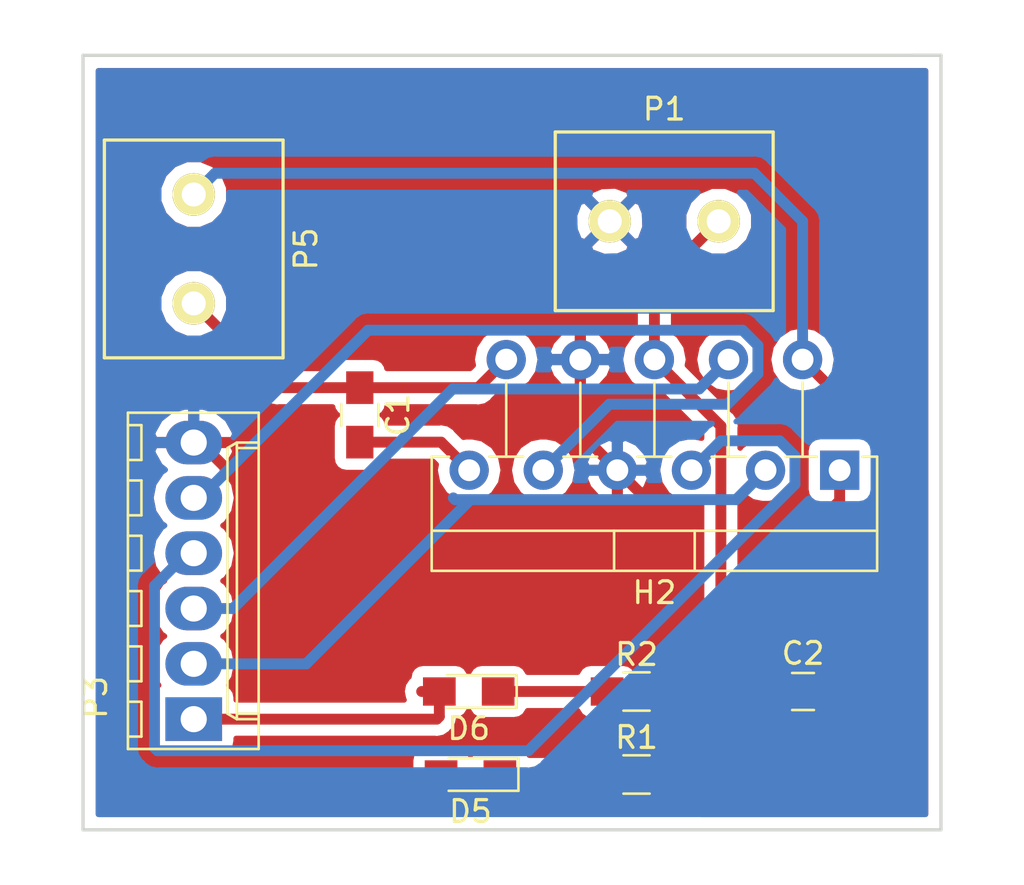
<source format=kicad_pcb>
(kicad_pcb (version 4) (host pcbnew 4.0.7+dfsg1-1ubuntu2)

  (general
    (links 20)
    (no_connects 0)
    (area 66.04 19.05 113.030001 59.690001)
    (thickness 1.6)
    (drawings 6)
    (tracks 81)
    (zones 0)
    (modules 10)
    (nets 14)
  )

  (page A4)
  (layers
    (0 F.Cu signal)
    (31 B.Cu signal)
    (32 B.Adhes user)
    (33 F.Adhes user)
    (34 B.Paste user)
    (35 F.Paste user)
    (36 B.SilkS user)
    (37 F.SilkS user)
    (38 B.Mask user)
    (39 F.Mask user)
    (40 Dwgs.User user)
    (41 Cmts.User user)
    (42 Eco1.User user)
    (43 Eco2.User user)
    (44 Edge.Cuts user)
    (45 Margin user)
    (46 B.CrtYd user)
    (47 F.CrtYd user)
    (48 B.Fab user)
    (49 F.Fab user)
  )

  (setup
    (last_trace_width 0.5)
    (trace_clearance 0.2)
    (zone_clearance 0.508)
    (zone_45_only no)
    (trace_min 0.2)
    (segment_width 0.2)
    (edge_width 0.15)
    (via_size 0.6)
    (via_drill 0.5)
    (via_min_size 0.4)
    (via_min_drill 0.3)
    (uvia_size 0.3)
    (uvia_drill 0.1)
    (uvias_allowed no)
    (uvia_min_size 0.2)
    (uvia_min_drill 0.1)
    (pcb_text_width 0.3)
    (pcb_text_size 1.5 1.5)
    (mod_edge_width 0.15)
    (mod_text_size 1 1)
    (mod_text_width 0.15)
    (pad_size 1.524 1.524)
    (pad_drill 0.762)
    (pad_to_mask_clearance 0.2)
    (aux_axis_origin 0 0)
    (visible_elements 7FFFFFFF)
    (pcbplotparams
      (layerselection 0x010c0_80000001)
      (usegerberextensions false)
      (excludeedgelayer true)
      (linewidth 0.100000)
      (plotframeref false)
      (viasonmask false)
      (mode 1)
      (useauxorigin false)
      (hpglpennumber 1)
      (hpglpenspeed 20)
      (hpglpendiameter 15)
      (hpglpenoverlay 2)
      (psnegative false)
      (psa4output false)
      (plotreference true)
      (plotvalue true)
      (plotinvisibletext false)
      (padsonsilk false)
      (subtractmaskfromsilk false)
      (outputformat 1)
      (mirror false)
      (drillshape 0)
      (scaleselection 1)
      (outputdirectory "Drill Files/"))
  )

  (net 0 "")
  (net 1 Output2)
  (net 2 "Net-(C1-Pad2)")
  (net 3 "Net-(C2-Pad1)")
  (net 4 Output1)
  (net 5 VCC)
  (net 6 Earth)
  (net 7 "Net-(D5-Pad1)")
  (net 8 "Net-(D6-Pad1)")
  (net 9 VAA)
  (net 10 Dir)
  (net 11 Brake)
  (net 12 PWM)
  (net 13 Flag)

  (net_class Default "This is the default net class."
    (clearance 0.2)
    (trace_width 0.5)
    (via_dia 0.6)
    (via_drill 0.5)
    (uvia_dia 0.3)
    (uvia_drill 0.1)
    (add_net Brake)
    (add_net Dir)
    (add_net Earth)
    (add_net Flag)
    (add_net "Net-(C1-Pad2)")
    (add_net "Net-(C2-Pad1)")
    (add_net "Net-(D5-Pad1)")
    (add_net "Net-(D6-Pad1)")
    (add_net Output1)
    (add_net Output2)
    (add_net PWM)
    (add_net VAA)
    (add_net VCC)
  )

  (module Resistors_SMD:R_0805_HandSoldering (layer F.Cu) (tedit 5B0535E8) (tstamp 5B0534B0)
    (at 95.25 54.61)
    (descr "Resistor SMD 0805, hand soldering")
    (tags "resistor 0805")
    (path /5B052D3E)
    (attr smd)
    (fp_text reference R1 (at 0 -1.7) (layer F.SilkS)
      (effects (font (size 1 1) (thickness 0.15)))
    )
    (fp_text value 680 (at 3.81 0 90) (layer F.Fab)
      (effects (font (size 1 1) (thickness 0.15)))
    )
    (fp_text user %R (at 0 0) (layer F.Fab)
      (effects (font (size 0.5 0.5) (thickness 0.075)))
    )
    (fp_line (start -1 0.62) (end -1 -0.62) (layer F.Fab) (width 0.1))
    (fp_line (start 1 0.62) (end -1 0.62) (layer F.Fab) (width 0.1))
    (fp_line (start 1 -0.62) (end 1 0.62) (layer F.Fab) (width 0.1))
    (fp_line (start -1 -0.62) (end 1 -0.62) (layer F.Fab) (width 0.1))
    (fp_line (start 0.6 0.88) (end -0.6 0.88) (layer F.SilkS) (width 0.12))
    (fp_line (start -0.6 -0.88) (end 0.6 -0.88) (layer F.SilkS) (width 0.12))
    (fp_line (start -2.35 -0.9) (end 2.35 -0.9) (layer F.CrtYd) (width 0.05))
    (fp_line (start -2.35 -0.9) (end -2.35 0.9) (layer F.CrtYd) (width 0.05))
    (fp_line (start 2.35 0.9) (end 2.35 -0.9) (layer F.CrtYd) (width 0.05))
    (fp_line (start 2.35 0.9) (end -2.35 0.9) (layer F.CrtYd) (width 0.05))
    (pad 1 smd rect (at -1.35 0) (size 1.5 1.3) (layers F.Cu F.Paste F.Mask)
      (net 7 "Net-(D5-Pad1)"))
    (pad 2 smd rect (at 1.35 0) (size 1.5 1.3) (layers F.Cu F.Paste F.Mask)
      (net 6 Earth))
    (model ${KISYS3DMOD}/Resistors_SMD.3dshapes/R_0805.wrl
      (at (xyz 0 0 0))
      (scale (xyz 1 1 1))
      (rotate (xyz 0 0 0))
    )
  )

  (module ValveTeam:TE_TERM (layer F.Cu) (tedit 5B053477) (tstamp 5B05348A)
    (at 96.52 29.21 180)
    (path /5B0432BB)
    (fp_text reference P1 (at 0 5.15 180) (layer F.SilkS)
      (effects (font (size 1 1) (thickness 0.15)))
    )
    (fp_text value TERM_01X02 (at -3.81 -5.08 180) (layer F.Fab)
      (effects (font (size 1 1) (thickness 0.15)))
    )
    (fp_line (start -5 -4.1) (end 5 -4.1) (layer F.SilkS) (width 0.15))
    (fp_line (start 5 -4.1) (end 5 4.1) (layer F.SilkS) (width 0.15))
    (fp_line (start -5 4.1) (end 5 4.1) (layer F.SilkS) (width 0.15))
    (fp_line (start -5 -4.1) (end -5 4.1) (layer F.SilkS) (width 0.15))
    (pad 2 thru_hole circle (at 2.5 0 180) (size 1.95 1.95) (drill 1.1) (layers *.Cu *.Mask F.SilkS)
      (net 6 Earth))
    (pad 1 thru_hole circle (at -2.5 0 180) (size 1.95 1.95) (drill 1.1) (layers *.Cu *.Mask F.SilkS)
      (net 5 VCC))
  )

  (module LEDs:LED_0805_HandSoldering (layer F.Cu) (tedit 5B05353A) (tstamp 5B05344F)
    (at 87.63 54.61 180)
    (descr "Resistor SMD 0805, hand soldering")
    (tags "resistor 0805")
    (path /5B052BE4)
    (attr smd)
    (fp_text reference D5 (at 0 -1.7 180) (layer F.SilkS)
      (effects (font (size 1 1) (thickness 0.15)))
    )
    (fp_text value LED (at -3.81 0 270) (layer F.Fab)
      (effects (font (size 1 1) (thickness 0.15)))
    )
    (fp_line (start -0.4 -0.4) (end -0.4 0.4) (layer F.Fab) (width 0.1))
    (fp_line (start -0.4 0) (end 0.2 -0.4) (layer F.Fab) (width 0.1))
    (fp_line (start 0.2 0.4) (end -0.4 0) (layer F.Fab) (width 0.1))
    (fp_line (start 0.2 -0.4) (end 0.2 0.4) (layer F.Fab) (width 0.1))
    (fp_line (start -1 0.62) (end -1 -0.62) (layer F.Fab) (width 0.1))
    (fp_line (start 1 0.62) (end -1 0.62) (layer F.Fab) (width 0.1))
    (fp_line (start 1 -0.62) (end 1 0.62) (layer F.Fab) (width 0.1))
    (fp_line (start -1 -0.62) (end 1 -0.62) (layer F.Fab) (width 0.1))
    (fp_line (start 1 0.75) (end -2.2 0.75) (layer F.SilkS) (width 0.12))
    (fp_line (start -2.2 -0.75) (end 1 -0.75) (layer F.SilkS) (width 0.12))
    (fp_line (start -2.35 -0.9) (end 2.35 -0.9) (layer F.CrtYd) (width 0.05))
    (fp_line (start -2.35 -0.9) (end -2.35 0.9) (layer F.CrtYd) (width 0.05))
    (fp_line (start 2.35 0.9) (end 2.35 -0.9) (layer F.CrtYd) (width 0.05))
    (fp_line (start 2.35 0.9) (end -2.35 0.9) (layer F.CrtYd) (width 0.05))
    (fp_line (start -2.2 -0.75) (end -2.2 0.75) (layer F.SilkS) (width 0.12))
    (pad 1 smd rect (at -1.35 0 180) (size 1.5 1.3) (layers F.Cu F.Paste F.Mask)
      (net 7 "Net-(D5-Pad1)"))
    (pad 2 smd rect (at 1.35 0 180) (size 1.5 1.3) (layers F.Cu F.Paste F.Mask)
      (net 5 VCC))
    (model ${KISYS3DMOD}/LEDs.3dshapes/LED_0805.wrl
      (at (xyz 0 0 0))
      (scale (xyz 1 1 1))
      (rotate (xyz 0 0 0))
    )
  )

  (module LEDs:LED_0805_HandSoldering (layer F.Cu) (tedit 5B053565) (tstamp 5B053455)
    (at 87.55 50.8 180)
    (descr "Resistor SMD 0805, hand soldering")
    (tags "resistor 0805")
    (path /5B052C8D)
    (attr smd)
    (fp_text reference D6 (at 0 -1.7 180) (layer F.SilkS)
      (effects (font (size 1 1) (thickness 0.15)))
    )
    (fp_text value LED (at -3.81 0 270) (layer F.Fab)
      (effects (font (size 1 1) (thickness 0.15)))
    )
    (fp_line (start -0.4 -0.4) (end -0.4 0.4) (layer F.Fab) (width 0.1))
    (fp_line (start -0.4 0) (end 0.2 -0.4) (layer F.Fab) (width 0.1))
    (fp_line (start 0.2 0.4) (end -0.4 0) (layer F.Fab) (width 0.1))
    (fp_line (start 0.2 -0.4) (end 0.2 0.4) (layer F.Fab) (width 0.1))
    (fp_line (start -1 0.62) (end -1 -0.62) (layer F.Fab) (width 0.1))
    (fp_line (start 1 0.62) (end -1 0.62) (layer F.Fab) (width 0.1))
    (fp_line (start 1 -0.62) (end 1 0.62) (layer F.Fab) (width 0.1))
    (fp_line (start -1 -0.62) (end 1 -0.62) (layer F.Fab) (width 0.1))
    (fp_line (start 1 0.75) (end -2.2 0.75) (layer F.SilkS) (width 0.12))
    (fp_line (start -2.2 -0.75) (end 1 -0.75) (layer F.SilkS) (width 0.12))
    (fp_line (start -2.35 -0.9) (end 2.35 -0.9) (layer F.CrtYd) (width 0.05))
    (fp_line (start -2.35 -0.9) (end -2.35 0.9) (layer F.CrtYd) (width 0.05))
    (fp_line (start 2.35 0.9) (end 2.35 -0.9) (layer F.CrtYd) (width 0.05))
    (fp_line (start 2.35 0.9) (end -2.35 0.9) (layer F.CrtYd) (width 0.05))
    (fp_line (start -2.2 -0.75) (end -2.2 0.75) (layer F.SilkS) (width 0.12))
    (pad 1 smd rect (at -1.35 0 180) (size 1.5 1.3) (layers F.Cu F.Paste F.Mask)
      (net 8 "Net-(D6-Pad1)"))
    (pad 2 smd rect (at 1.35 0 180) (size 1.5 1.3) (layers F.Cu F.Paste F.Mask)
      (net 9 VAA))
    (model ${KISYS3DMOD}/LEDs.3dshapes/LED_0805.wrl
      (at (xyz 0 0 0))
      (scale (xyz 1 1 1))
      (rotate (xyz 0 0 0))
    )
  )

  (module Resistors_SMD:R_0805_HandSoldering (layer F.Cu) (tedit 5B053606) (tstamp 5B0534B6)
    (at 95.25 50.8)
    (descr "Resistor SMD 0805, hand soldering")
    (tags "resistor 0805")
    (path /5B052DC4)
    (attr smd)
    (fp_text reference R2 (at 0 -1.7) (layer F.SilkS)
      (effects (font (size 1 1) (thickness 0.15)))
    )
    (fp_text value 330 (at 3.81 0 90) (layer F.Fab)
      (effects (font (size 1 1) (thickness 0.15)))
    )
    (fp_text user %R (at 0 0) (layer F.Fab)
      (effects (font (size 0.5 0.5) (thickness 0.075)))
    )
    (fp_line (start -1 0.62) (end -1 -0.62) (layer F.Fab) (width 0.1))
    (fp_line (start 1 0.62) (end -1 0.62) (layer F.Fab) (width 0.1))
    (fp_line (start 1 -0.62) (end 1 0.62) (layer F.Fab) (width 0.1))
    (fp_line (start -1 -0.62) (end 1 -0.62) (layer F.Fab) (width 0.1))
    (fp_line (start 0.6 0.88) (end -0.6 0.88) (layer F.SilkS) (width 0.12))
    (fp_line (start -0.6 -0.88) (end 0.6 -0.88) (layer F.SilkS) (width 0.12))
    (fp_line (start -2.35 -0.9) (end 2.35 -0.9) (layer F.CrtYd) (width 0.05))
    (fp_line (start -2.35 -0.9) (end -2.35 0.9) (layer F.CrtYd) (width 0.05))
    (fp_line (start 2.35 0.9) (end 2.35 -0.9) (layer F.CrtYd) (width 0.05))
    (fp_line (start 2.35 0.9) (end -2.35 0.9) (layer F.CrtYd) (width 0.05))
    (pad 1 smd rect (at -1.35 0) (size 1.5 1.3) (layers F.Cu F.Paste F.Mask)
      (net 8 "Net-(D6-Pad1)"))
    (pad 2 smd rect (at 1.35 0) (size 1.5 1.3) (layers F.Cu F.Paste F.Mask)
      (net 6 Earth))
    (model ${KISYS3DMOD}/Resistors_SMD.3dshapes/R_0805.wrl
      (at (xyz 0 0 0))
      (scale (xyz 1 1 1))
      (rotate (xyz 0 0 0))
    )
  )

  (module Capacitors_SMD:C_0805_HandSoldering (layer F.Cu) (tedit 58AA84A8) (tstamp 5B053407)
    (at 82.55 38.1 270)
    (descr "Capacitor SMD 0805, hand soldering")
    (tags "capacitor 0805")
    (path /5B045DA5)
    (attr smd)
    (fp_text reference C1 (at 0 -1.75 270) (layer F.SilkS)
      (effects (font (size 1 1) (thickness 0.15)))
    )
    (fp_text value C (at 0 1.75 270) (layer F.Fab)
      (effects (font (size 1 1) (thickness 0.15)))
    )
    (fp_text user %R (at 0 -1.75 270) (layer F.Fab)
      (effects (font (size 1 1) (thickness 0.15)))
    )
    (fp_line (start -1 0.62) (end -1 -0.62) (layer F.Fab) (width 0.1))
    (fp_line (start 1 0.62) (end -1 0.62) (layer F.Fab) (width 0.1))
    (fp_line (start 1 -0.62) (end 1 0.62) (layer F.Fab) (width 0.1))
    (fp_line (start -1 -0.62) (end 1 -0.62) (layer F.Fab) (width 0.1))
    (fp_line (start 0.5 -0.85) (end -0.5 -0.85) (layer F.SilkS) (width 0.12))
    (fp_line (start -0.5 0.85) (end 0.5 0.85) (layer F.SilkS) (width 0.12))
    (fp_line (start -2.25 -0.88) (end 2.25 -0.88) (layer F.CrtYd) (width 0.05))
    (fp_line (start -2.25 -0.88) (end -2.25 0.87) (layer F.CrtYd) (width 0.05))
    (fp_line (start 2.25 0.87) (end 2.25 -0.88) (layer F.CrtYd) (width 0.05))
    (fp_line (start 2.25 0.87) (end -2.25 0.87) (layer F.CrtYd) (width 0.05))
    (pad 1 smd rect (at -1.25 0 270) (size 1.5 1.25) (layers F.Cu F.Paste F.Mask)
      (net 1 Output2))
    (pad 2 smd rect (at 1.25 0 270) (size 1.5 1.25) (layers F.Cu F.Paste F.Mask)
      (net 2 "Net-(C1-Pad2)"))
    (model Capacitors_SMD.3dshapes/C_0805.wrl
      (at (xyz 0 0 0))
      (scale (xyz 1 1 1))
      (rotate (xyz 0 0 0))
    )
  )

  (module Capacitors_SMD:C_0805_HandSoldering (layer F.Cu) (tedit 58AA84A8) (tstamp 5B05340D)
    (at 102.89 50.8)
    (descr "Capacitor SMD 0805, hand soldering")
    (tags "capacitor 0805")
    (path /5B0461EC)
    (attr smd)
    (fp_text reference C2 (at 0 -1.75) (layer F.SilkS)
      (effects (font (size 1 1) (thickness 0.15)))
    )
    (fp_text value C (at 0 1.75) (layer F.Fab)
      (effects (font (size 1 1) (thickness 0.15)))
    )
    (fp_text user %R (at 0 -1.75) (layer F.Fab)
      (effects (font (size 1 1) (thickness 0.15)))
    )
    (fp_line (start -1 0.62) (end -1 -0.62) (layer F.Fab) (width 0.1))
    (fp_line (start 1 0.62) (end -1 0.62) (layer F.Fab) (width 0.1))
    (fp_line (start 1 -0.62) (end 1 0.62) (layer F.Fab) (width 0.1))
    (fp_line (start -1 -0.62) (end 1 -0.62) (layer F.Fab) (width 0.1))
    (fp_line (start 0.5 -0.85) (end -0.5 -0.85) (layer F.SilkS) (width 0.12))
    (fp_line (start -0.5 0.85) (end 0.5 0.85) (layer F.SilkS) (width 0.12))
    (fp_line (start -2.25 -0.88) (end 2.25 -0.88) (layer F.CrtYd) (width 0.05))
    (fp_line (start -2.25 -0.88) (end -2.25 0.87) (layer F.CrtYd) (width 0.05))
    (fp_line (start 2.25 0.87) (end 2.25 -0.88) (layer F.CrtYd) (width 0.05))
    (fp_line (start 2.25 0.87) (end -2.25 0.87) (layer F.CrtYd) (width 0.05))
    (pad 1 smd rect (at -1.25 0) (size 1.5 1.25) (layers F.Cu F.Paste F.Mask)
      (net 3 "Net-(C2-Pad1)"))
    (pad 2 smd rect (at 1.25 0) (size 1.5 1.25) (layers F.Cu F.Paste F.Mask)
      (net 4 Output1))
    (model Capacitors_SMD.3dshapes/C_0805.wrl
      (at (xyz 0 0 0))
      (scale (xyz 1 1 1))
      (rotate (xyz 0 0 0))
    )
  )

  (module ValveTeam:TO-220-11 (layer F.Cu) (tedit 58CE52AC) (tstamp 5B053484)
    (at 104.57 40.64 180)
    (descr "TO-220-11, Vertical, RM 1.7mm, Multiwatt-11, staggered type-2")
    (tags "TO-220-11 Vertical RM 1.7mm Multiwatt-11 staggered type-2")
    (path /5B043BC1)
    (fp_text reference H2 (at 8.5 -5.62 180) (layer F.SilkS)
      (effects (font (size 1 1) (thickness 0.15)))
    )
    (fp_text value LMD18201T (at 8.5 7.6 180) (layer F.Fab)
      (effects (font (size 1 1) (thickness 0.15)))
    )
    (fp_text user %R (at 8.5 -5.62 180) (layer F.Fab)
      (effects (font (size 1 1) (thickness 0.15)))
    )
    (fp_line (start -1.6 -4.5) (end -1.6 0.5) (layer F.Fab) (width 0.1))
    (fp_line (start -1.6 0.5) (end 18.6 0.5) (layer F.Fab) (width 0.1))
    (fp_line (start 18.6 0.5) (end 18.6 -4.5) (layer F.Fab) (width 0.1))
    (fp_line (start 18.6 -4.5) (end -1.6 -4.5) (layer F.Fab) (width 0.1))
    (fp_line (start -1.6 -2.9) (end 18.6 -2.9) (layer F.Fab) (width 0.1))
    (fp_line (start 6.65 -4.5) (end 6.65 -2.9) (layer F.Fab) (width 0.1))
    (fp_line (start 10.35 -4.5) (end 10.35 -2.9) (layer F.Fab) (width 0.1))
    (fp_line (start 1.7 0.5) (end 1.7 5.08) (layer F.Fab) (width 0.1))
    (fp_line (start 5.1 0.5) (end 5.1 5.08) (layer F.Fab) (width 0.1))
    (fp_line (start 8.5 0.5) (end 8.5 5.08) (layer F.Fab) (width 0.1))
    (fp_line (start 11.9 0.5) (end 11.9 5.08) (layer F.Fab) (width 0.1))
    (fp_line (start 15.3 0.5) (end 15.3 5.08) (layer F.Fab) (width 0.1))
    (fp_line (start -1.72 -4.62) (end 18.72 -4.62) (layer F.SilkS) (width 0.12))
    (fp_line (start -1.72 0.621) (end -1.05 0.621) (layer F.SilkS) (width 0.12))
    (fp_line (start 1.05 0.621) (end 2.476 0.621) (layer F.SilkS) (width 0.12))
    (fp_line (start 4.325 0.621) (end 5.876 0.621) (layer F.SilkS) (width 0.12))
    (fp_line (start 7.725 0.621) (end 9.276 0.621) (layer F.SilkS) (width 0.12))
    (fp_line (start 11.125 0.621) (end 12.676 0.621) (layer F.SilkS) (width 0.12))
    (fp_line (start 14.525 0.621) (end 16.076 0.621) (layer F.SilkS) (width 0.12))
    (fp_line (start 17.925 0.621) (end 18.72 0.621) (layer F.SilkS) (width 0.12))
    (fp_line (start -1.72 -4.62) (end -1.72 0.621) (layer F.SilkS) (width 0.12))
    (fp_line (start 18.72 -4.62) (end 18.72 0.621) (layer F.SilkS) (width 0.12))
    (fp_line (start -1.72 -2.78) (end 18.72 -2.78) (layer F.SilkS) (width 0.12))
    (fp_line (start 6.65 -4.62) (end 6.65 -2.78) (layer F.SilkS) (width 0.12))
    (fp_line (start 10.35 -4.62) (end 10.35 -2.78) (layer F.SilkS) (width 0.12))
    (fp_line (start 1.7 0.621) (end 1.7 4.015) (layer F.SilkS) (width 0.12))
    (fp_line (start 5.1 0.621) (end 5.1 4.015) (layer F.SilkS) (width 0.12))
    (fp_line (start 8.5 0.621) (end 8.5 4.015) (layer F.SilkS) (width 0.12))
    (fp_line (start 11.9 0.621) (end 11.9 4.015) (layer F.SilkS) (width 0.12))
    (fp_line (start 15.3 0.621) (end 15.3 4.015) (layer F.SilkS) (width 0.12))
    (fp_line (start -1.85 -4.75) (end -1.85 6.23) (layer F.CrtYd) (width 0.05))
    (fp_line (start -1.85 6.23) (end 18.85 6.23) (layer F.CrtYd) (width 0.05))
    (fp_line (start 18.85 6.23) (end 18.85 -4.75) (layer F.CrtYd) (width 0.05))
    (fp_line (start 18.85 -4.75) (end -1.85 -4.75) (layer F.CrtYd) (width 0.05))
    (pad 1 thru_hole rect (at 0 0 180) (size 1.8 1.8) (drill 1) (layers *.Cu *.Mask)
      (net 3 "Net-(C2-Pad1)"))
    (pad 2 thru_hole oval (at 1.7 5.08 180) (size 1.8 1.8) (drill 1) (layers *.Cu *.Mask)
      (net 4 Output1))
    (pad 3 thru_hole oval (at 3.4 0 180) (size 1.8 1.8) (drill 1) (layers *.Cu *.Mask)
      (net 10 Dir))
    (pad 4 thru_hole oval (at 5.1 5.08 180) (size 1.8 1.8) (drill 1) (layers *.Cu *.Mask)
      (net 11 Brake))
    (pad 5 thru_hole oval (at 6.8 0 180) (size 1.8 1.8) (drill 1) (layers *.Cu *.Mask)
      (net 12 PWM))
    (pad 6 thru_hole oval (at 8.5 5.08 180) (size 1.8 1.8) (drill 1) (layers *.Cu *.Mask)
      (net 5 VCC))
    (pad 7 thru_hole oval (at 10.2 0 180) (size 1.8 1.8) (drill 1) (layers *.Cu *.Mask)
      (net 6 Earth))
    (pad 8 thru_hole oval (at 11.9 5.08 180) (size 1.8 1.8) (drill 1) (layers *.Cu *.Mask)
      (net 6 Earth))
    (pad 9 thru_hole oval (at 13.6 0 180) (size 1.8 1.8) (drill 1) (layers *.Cu *.Mask)
      (net 13 Flag))
    (pad 10 thru_hole oval (at 15.3 5.08 180) (size 1.8 1.8) (drill 1) (layers *.Cu *.Mask)
      (net 1 Output2))
    (pad 11 thru_hole oval (at 17 0 180) (size 1.8 1.8) (drill 1) (layers *.Cu *.Mask)
      (net 2 "Net-(C1-Pad2)"))
    (model ${KISYS3DMOD}/TO_SOT_Packages_THT.3dshapes/TO-220-11_Vertical_StaggeredType2.wrl
      (at (xyz 0 0 0))
      (scale (xyz 1 1 1))
      (rotate (xyz 0 0 0))
    )
  )

  (module ValveTeam:Molex_KK-6410-06_06x2.54mm_Straight (layer F.Cu) (tedit 5B053744) (tstamp 5B05349E)
    (at 74.93 52.07 90)
    (descr "Connector Headers with Friction Lock, 22-27-2061, http://www.molex.com/pdm_docs/sd/022272021_sd.pdf")
    (tags "connector molex kk_6410 22-27-2061")
    (path /5B04304C)
    (fp_text reference P3 (at 1 -4.5 90) (layer F.SilkS)
      (effects (font (size 1 1) (thickness 0.15)))
    )
    (fp_text value MOLEX_01X06 (at 12.7 -5.08 90) (layer F.Fab)
      (effects (font (size 1 1) (thickness 0.15)))
    )
    (fp_line (start -1.47 -3.12) (end -1.47 3.08) (layer F.Fab) (width 0.12))
    (fp_line (start -1.47 3.08) (end 14.17 3.08) (layer F.Fab) (width 0.12))
    (fp_line (start 14.17 3.08) (end 14.17 -3.12) (layer F.Fab) (width 0.12))
    (fp_line (start 14.17 -3.12) (end -1.47 -3.12) (layer F.Fab) (width 0.12))
    (fp_line (start -1.37 -3.02) (end -1.37 2.98) (layer F.SilkS) (width 0.12))
    (fp_line (start -1.37 2.98) (end 14.07 2.98) (layer F.SilkS) (width 0.12))
    (fp_line (start 14.07 2.98) (end 14.07 -3.02) (layer F.SilkS) (width 0.12))
    (fp_line (start 14.07 -3.02) (end -1.37 -3.02) (layer F.SilkS) (width 0.12))
    (fp_line (start 0 2.98) (end 0 1.98) (layer F.SilkS) (width 0.12))
    (fp_line (start 0 1.98) (end 12.7 1.98) (layer F.SilkS) (width 0.12))
    (fp_line (start 12.7 1.98) (end 12.7 2.98) (layer F.SilkS) (width 0.12))
    (fp_line (start 0 1.98) (end 0.25 1.55) (layer F.SilkS) (width 0.12))
    (fp_line (start 0.25 1.55) (end 12.45 1.55) (layer F.SilkS) (width 0.12))
    (fp_line (start 12.45 1.55) (end 12.7 1.98) (layer F.SilkS) (width 0.12))
    (fp_line (start 0.25 2.98) (end 0.25 1.98) (layer F.SilkS) (width 0.12))
    (fp_line (start 12.45 2.98) (end 12.45 1.98) (layer F.SilkS) (width 0.12))
    (fp_line (start -0.8 -3.02) (end -0.8 -2.4) (layer F.SilkS) (width 0.12))
    (fp_line (start -0.8 -2.4) (end 0.8 -2.4) (layer F.SilkS) (width 0.12))
    (fp_line (start 0.8 -2.4) (end 0.8 -3.02) (layer F.SilkS) (width 0.12))
    (fp_line (start 1.74 -3.02) (end 1.74 -2.4) (layer F.SilkS) (width 0.12))
    (fp_line (start 1.74 -2.4) (end 3.34 -2.4) (layer F.SilkS) (width 0.12))
    (fp_line (start 3.34 -2.4) (end 3.34 -3.02) (layer F.SilkS) (width 0.12))
    (fp_line (start 4.28 -3.02) (end 4.28 -2.4) (layer F.SilkS) (width 0.12))
    (fp_line (start 4.28 -2.4) (end 5.88 -2.4) (layer F.SilkS) (width 0.12))
    (fp_line (start 5.88 -2.4) (end 5.88 -3.02) (layer F.SilkS) (width 0.12))
    (fp_line (start 6.82 -3.02) (end 6.82 -2.4) (layer F.SilkS) (width 0.12))
    (fp_line (start 6.82 -2.4) (end 8.42 -2.4) (layer F.SilkS) (width 0.12))
    (fp_line (start 8.42 -2.4) (end 8.42 -3.02) (layer F.SilkS) (width 0.12))
    (fp_line (start 9.36 -3.02) (end 9.36 -2.4) (layer F.SilkS) (width 0.12))
    (fp_line (start 9.36 -2.4) (end 10.96 -2.4) (layer F.SilkS) (width 0.12))
    (fp_line (start 10.96 -2.4) (end 10.96 -3.02) (layer F.SilkS) (width 0.12))
    (fp_line (start 11.9 -3.02) (end 11.9 -2.4) (layer F.SilkS) (width 0.12))
    (fp_line (start 11.9 -2.4) (end 13.5 -2.4) (layer F.SilkS) (width 0.12))
    (fp_line (start 13.5 -2.4) (end 13.5 -3.02) (layer F.SilkS) (width 0.12))
    (fp_line (start -1.9 3.5) (end -1.9 -3.55) (layer F.CrtYd) (width 0.05))
    (fp_line (start -1.9 -3.55) (end 14.6 -3.55) (layer F.CrtYd) (width 0.05))
    (fp_line (start 14.6 -3.55) (end 14.6 3.5) (layer F.CrtYd) (width 0.05))
    (fp_line (start 14.6 3.5) (end -1.9 3.5) (layer F.CrtYd) (width 0.05))
    (fp_text user %R (at 6.35 0 90) (layer F.Fab)
      (effects (font (size 1 1) (thickness 0.15)))
    )
    (pad 1 thru_hole rect (at 0 0 90) (size 2 2.6) (drill 1.2) (layers *.Cu *.Mask)
      (net 9 VAA))
    (pad 2 thru_hole oval (at 2.54 0 90) (size 2 2.6) (drill 1.2) (layers *.Cu *.Mask)
      (net 10 Dir))
    (pad 3 thru_hole oval (at 5.08 0 90) (size 2 2.6) (drill 1.2) (layers *.Cu *.Mask)
      (net 11 Brake))
    (pad 4 thru_hole oval (at 7.62 0 90) (size 2 2.6) (drill 1.2) (layers *.Cu *.Mask)
      (net 12 PWM))
    (pad 5 thru_hole oval (at 10.16 0 90) (size 2 2.6) (drill 1.2) (layers *.Cu *.Mask)
      (net 13 Flag))
    (pad 6 thru_hole oval (at 12.7 0 90) (size 2 2.6) (drill 1.2) (layers *.Cu *.Mask)
      (net 6 Earth))
    (model ${KISYS3DMOD}/Connectors_Molex.3dshapes/Molex_KK-6410-06_06x2.54mm_Straight.wrl
      (at (xyz 0 0 0))
      (scale (xyz 1 1 1))
      (rotate (xyz 0 0 0))
    )
  )

  (module ValveTeam:TE_TERM (layer F.Cu) (tedit 5B05372D) (tstamp 5B0534AA)
    (at 74.93 30.48 90)
    (path /5B043210)
    (fp_text reference P5 (at 0 5.15 90) (layer F.SilkS)
      (effects (font (size 1 1) (thickness 0.15)))
    )
    (fp_text value TERM_01X02 (at 6.35 0 180) (layer F.Fab)
      (effects (font (size 1 1) (thickness 0.15)))
    )
    (fp_line (start -5 -4.1) (end 5 -4.1) (layer F.SilkS) (width 0.15))
    (fp_line (start 5 -4.1) (end 5 4.1) (layer F.SilkS) (width 0.15))
    (fp_line (start -5 4.1) (end 5 4.1) (layer F.SilkS) (width 0.15))
    (fp_line (start -5 -4.1) (end -5 4.1) (layer F.SilkS) (width 0.15))
    (pad 2 thru_hole circle (at 2.5 0 90) (size 1.95 1.95) (drill 1.1) (layers *.Cu *.Mask F.SilkS)
      (net 4 Output1))
    (pad 1 thru_hole circle (at -2.5 0 90) (size 1.95 1.95) (drill 1.1) (layers *.Cu *.Mask F.SilkS)
      (net 1 Output2))
  )

  (gr_line (start 109.22 21.59) (end 109.22 57.15) (layer Edge.Cuts) (width 0.15))
  (gr_line (start 107.95 21.59) (end 109.22 21.59) (layer Edge.Cuts) (width 0.15))
  (gr_line (start 109.22 21.59) (end 107.95 21.59) (layer Edge.Cuts) (width 0.15))
  (gr_line (start 69.85 21.59) (end 107.95 21.59) (layer Edge.Cuts) (width 0.15))
  (gr_line (start 69.85 57.15) (end 109.22 57.15) (angle 90) (layer Edge.Cuts) (width 0.15) (tstamp 5B7811B4))
  (gr_line (start 69.85 57.15) (end 69.85 21.59) (angle 90) (layer Edge.Cuts) (width 0.15))

  (segment (start 82.55 36.85) (end 87.98 36.85) (width 0.5) (layer F.Cu) (net 1))
  (segment (start 87.98 36.85) (end 89.27 35.56) (width 0.5) (layer F.Cu) (net 1))
  (segment (start 76.2 34.29) (end 78.76 36.85) (width 0.5) (layer F.Cu) (net 1))
  (segment (start 78.76 36.85) (end 82.55 36.85) (width 0.5) (layer F.Cu) (net 1))
  (segment (start 76.2 34.25) (end 76.2 34.29) (width 0.5) (layer F.Cu) (net 1))
  (segment (start 74.93 32.98) (end 76.2 34.25) (width 0.5) (layer F.Cu) (net 1))
  (segment (start 82.55 39.35) (end 86.28 39.35) (width 0.5) (layer F.Cu) (net 2))
  (segment (start 86.28 39.35) (end 87.57 40.64) (width 0.5) (layer F.Cu) (net 2))
  (segment (start 101.765 50.8) (end 101.64 50.8) (width 0.5) (layer F.Cu) (net 3))
  (segment (start 104.57 42.04) (end 101.6 45.01) (width 0.5) (layer F.Cu) (net 3))
  (segment (start 104.57 40.64) (end 104.57 42.04) (width 0.5) (layer F.Cu) (net 3))
  (segment (start 101.64 45.05) (end 101.64 50.8) (width 0.5) (layer F.Cu) (net 3))
  (segment (start 101.6 45.01) (end 101.64 45.05) (width 0.5) (layer F.Cu) (net 3))
  (segment (start 102.87 35.56) (end 106.68 39.37) (width 0.5) (layer F.Cu) (net 4))
  (segment (start 102.87 35.56) (end 102.87 29.21) (width 0.5) (layer B.Cu) (net 4))
  (segment (start 75.904999 27.005001) (end 74.93 27.98) (width 0.5) (layer B.Cu) (net 4))
  (segment (start 100.665001 27.005001) (end 75.904999 27.005001) (width 0.5) (layer B.Cu) (net 4))
  (segment (start 102.87 29.21) (end 100.665001 27.005001) (width 0.5) (layer B.Cu) (net 4))
  (segment (start 104.14 49.675) (end 106.68 47.135) (width 0.5) (layer F.Cu) (net 4))
  (segment (start 104.14 50.8) (end 104.14 49.675) (width 0.5) (layer F.Cu) (net 4))
  (segment (start 106.68 47.135) (end 106.68 39.37) (width 0.5) (layer F.Cu) (net 4))
  (segment (start 86.28 54.61) (end 86.38 54.61) (width 0.5) (layer F.Cu) (net 5))
  (segment (start 86.38 54.61) (end 87.480001 55.710001) (width 0.5) (layer F.Cu) (net 5))
  (segment (start 87.480001 55.710001) (end 97.710001 55.710001) (width 0.5) (layer F.Cu) (net 5))
  (segment (start 97.710001 55.710001) (end 99.120001 54.300001) (width 0.5) (layer F.Cu) (net 5))
  (segment (start 99.120001 54.300001) (end 99.120001 38.610001) (width 0.5) (layer F.Cu) (net 5))
  (segment (start 99.120001 38.610001) (end 96.969999 36.459999) (width 0.5) (layer F.Cu) (net 5))
  (segment (start 96.969999 36.459999) (end 96.07 35.56) (width 0.5) (layer F.Cu) (net 5))
  (segment (start 96.07 32.16) (end 99.02 29.21) (width 0.5) (layer F.Cu) (net 5))
  (segment (start 96.07 35.56) (end 96.07 32.16) (width 0.5) (layer F.Cu) (net 5))
  (segment (start 96.6 50.8) (end 96.6 44.45) (width 0.5) (layer F.Cu) (net 6))
  (segment (start 74.93 39.37) (end 75.23 39.37) (width 0.5) (layer F.Cu) (net 6))
  (segment (start 96.6 44.45) (end 96.6 42.87) (width 0.5) (layer F.Cu) (net 6))
  (segment (start 75.23 39.37) (end 80.31 44.45) (width 0.5) (layer F.Cu) (net 6))
  (segment (start 80.31 44.45) (end 96.6 44.45) (width 0.5) (layer F.Cu) (net 6))
  (segment (start 92.67 35.56) (end 92.67 38.94) (width 0.5) (layer F.Cu) (net 6))
  (segment (start 92.67 38.94) (end 94.37 40.64) (width 0.5) (layer F.Cu) (net 6))
  (segment (start 96.6 54.61) (end 96.6 50.8) (width 0.5) (layer F.Cu) (net 6))
  (segment (start 96.6 42.87) (end 94.37 40.64) (width 0.5) (layer F.Cu) (net 6))
  (segment (start 73.96 39.37) (end 73.66 39.37) (width 0.5) (layer F.Cu) (net 6))
  (segment (start 92.67 30.56) (end 94.02 29.21) (width 0.5) (layer F.Cu) (net 6))
  (segment (start 92.67 35.56) (end 92.67 30.56) (width 0.5) (layer F.Cu) (net 6))
  (segment (start 88.98 54.61) (end 93.9 54.61) (width 0.5) (layer F.Cu) (net 7))
  (segment (start 88.9 50.8) (end 89 50.8) (width 0.5) (layer F.Cu) (net 8))
  (segment (start 89 50.8) (end 93.9 50.8) (width 0.5) (layer F.Cu) (net 8))
  (segment (start 74.93 52.07) (end 86.08 52.07) (width 0.5) (layer F.Cu) (net 9))
  (segment (start 86.08 52.07) (end 86.2 51.95) (width 0.5) (layer F.Cu) (net 9))
  (segment (start 86.2 51.95) (end 86.2 50.8) (width 0.5) (layer F.Cu) (net 9))
  (segment (start 86.2 50.8) (end 85.39 50.8) (width 0.5) (layer F.Cu) (net 9))
  (segment (start 86.921999 41.990001) (end 87.63 41.990001) (width 0.5) (layer B.Cu) (net 10))
  (segment (start 87.63 41.990001) (end 99.819999 41.990001) (width 0.5) (layer B.Cu) (net 10))
  (segment (start 74.93 49.53) (end 80.090001 49.53) (width 0.5) (layer B.Cu) (net 10))
  (segment (start 80.090001 49.53) (end 87.63 41.990001) (width 0.5) (layer B.Cu) (net 10))
  (segment (start 86.841998 41.91) (end 86.921999 41.990001) (width 0.5) (layer B.Cu) (net 10))
  (segment (start 99.819999 41.990001) (end 100.270001 41.539999) (width 0.5) (layer B.Cu) (net 10))
  (segment (start 100.270001 41.539999) (end 101.17 40.64) (width 0.5) (layer B.Cu) (net 10))
  (segment (start 74.93 46.99) (end 76.73 46.99) (width 0.5) (layer B.Cu) (net 11))
  (segment (start 76.73 46.99) (end 86.809999 36.910001) (width 0.5) (layer B.Cu) (net 11))
  (segment (start 86.809999 36.910001) (end 98.119999 36.910001) (width 0.5) (layer B.Cu) (net 11))
  (segment (start 98.119999 36.910001) (end 98.570001 36.459999) (width 0.5) (layer B.Cu) (net 11))
  (segment (start 98.570001 36.459999) (end 99.47 35.56) (width 0.5) (layer B.Cu) (net 11))
  (segment (start 74.93 44.45) (end 74.63 44.45) (width 0.5) (layer B.Cu) (net 12))
  (segment (start 74.63 44.45) (end 73.13 45.95) (width 0.5) (layer B.Cu) (net 12))
  (segment (start 73.13 45.95) (end 73.13 53.380002) (width 0.5) (layer B.Cu) (net 12))
  (segment (start 73.13 53.380002) (end 73.269999 53.520001) (width 0.5) (layer B.Cu) (net 12))
  (segment (start 73.269999 53.520001) (end 90.288001 53.520001) (width 0.5) (layer B.Cu) (net 12))
  (segment (start 90.288001 53.520001) (end 102.520001 41.288001) (width 0.5) (layer B.Cu) (net 12))
  (segment (start 102.520001 41.288001) (end 102.520001 39.991999) (width 0.5) (layer B.Cu) (net 12))
  (segment (start 102.520001 39.991999) (end 101.818001 39.289999) (width 0.5) (layer B.Cu) (net 12))
  (segment (start 101.818001 39.289999) (end 99.120001 39.289999) (width 0.5) (layer B.Cu) (net 12))
  (segment (start 99.120001 39.289999) (end 98.669999 39.740001) (width 0.5) (layer B.Cu) (net 12))
  (segment (start 98.669999 39.740001) (end 97.77 40.64) (width 0.5) (layer B.Cu) (net 12))
  (segment (start 74.93 41.91) (end 75.23 41.91) (width 0.5) (layer B.Cu) (net 13))
  (segment (start 75.23 41.91) (end 82.930001 34.209999) (width 0.5) (layer B.Cu) (net 13))
  (segment (start 82.930001 34.209999) (end 100.118001 34.209999) (width 0.5) (layer B.Cu) (net 13))
  (segment (start 100.118001 34.209999) (end 100.820001 34.911999) (width 0.5) (layer B.Cu) (net 13))
  (segment (start 100.820001 34.911999) (end 100.820001 36.208001) (width 0.5) (layer B.Cu) (net 13))
  (segment (start 100.820001 36.208001) (end 99.417991 37.610011) (width 0.5) (layer B.Cu) (net 13))
  (segment (start 99.417991 37.610011) (end 93.999989 37.610011) (width 0.5) (layer B.Cu) (net 13))
  (segment (start 93.999989 37.610011) (end 91.869999 39.740001) (width 0.5) (layer B.Cu) (net 13))
  (segment (start 91.869999 39.740001) (end 90.97 40.64) (width 0.5) (layer B.Cu) (net 13))

  (zone (net 6) (net_name Earth) (layer F.Cu) (tstamp 5BA79B44) (hatch edge 0.508)
    (connect_pads (clearance 0.508))
    (min_thickness 0.254)
    (fill yes (arc_segments 16) (thermal_gap 0.508) (thermal_bridge_width 0.508))
    (polygon
      (pts
        (xy 66.04 19.05) (xy 66.04 59.69) (xy 113.03 59.69) (xy 113.03 19.05)
      )
    )
    (filled_polygon
      (pts
        (xy 108.510001 56.44) (xy 98.210438 56.44) (xy 98.34805 56.34805) (xy 98.397426 56.274154) (xy 99.684157 54.987424)
        (xy 99.75805 54.93805) (xy 99.833588 54.825001) (xy 99.953652 54.645312) (xy 99.953653 54.645311) (xy 100.005001 54.387166)
        (xy 100.005001 54.387162) (xy 100.022338 54.300002) (xy 100.005001 54.212842) (xy 100.005001 50.175) (xy 100.24256 50.175)
        (xy 100.24256 51.425) (xy 100.291843 51.672765) (xy 100.432191 51.882809) (xy 100.642235 52.023157) (xy 100.89 52.07244)
        (xy 102.39 52.07244) (xy 102.637765 52.023157) (xy 102.847809 51.882809) (xy 102.89 51.819666) (xy 102.932191 51.882809)
        (xy 103.142235 52.023157) (xy 103.39 52.07244) (xy 104.89 52.07244) (xy 105.137765 52.023157) (xy 105.347809 51.882809)
        (xy 105.488157 51.672765) (xy 105.53744 51.425) (xy 105.53744 50.175) (xy 105.488157 49.927235) (xy 105.348441 49.718137)
        (xy 107.244156 47.822423) (xy 107.318049 47.773049) (xy 107.513652 47.48031) (xy 107.565 47.222165) (xy 107.565 47.222161)
        (xy 107.582337 47.135001) (xy 107.565 47.047841) (xy 107.565 39.457161) (xy 107.582337 39.37) (xy 107.565 39.282839)
        (xy 107.565 39.282835) (xy 107.513652 39.02469) (xy 107.318049 38.731951) (xy 107.244156 38.682577) (xy 104.38306 35.821482)
        (xy 104.435072 35.56) (xy 104.315938 34.961073) (xy 103.976673 34.453327) (xy 103.468927 34.114062) (xy 103.021182 34.025)
        (xy 102.718818 34.025) (xy 102.271073 34.114062) (xy 101.763327 34.453327) (xy 101.424062 34.961073) (xy 101.304928 35.56)
        (xy 101.424062 36.158927) (xy 101.763327 36.666673) (xy 102.271073 37.005938) (xy 102.718818 37.095) (xy 103.021182 37.095)
        (xy 103.131482 37.07306) (xy 105.150981 39.09256) (xy 103.67 39.09256) (xy 103.422235 39.141843) (xy 103.212191 39.282191)
        (xy 103.071843 39.492235) (xy 103.02256 39.74) (xy 103.02256 41.54) (xy 103.071843 41.787765) (xy 103.212191 41.997809)
        (xy 103.301163 42.057258) (xy 101.035846 44.322576) (xy 100.961951 44.371951) (xy 100.912576 44.445846) (xy 100.766348 44.664691)
        (xy 100.697663 45.01) (xy 100.755 45.298258) (xy 100.755001 49.554413) (xy 100.642235 49.576843) (xy 100.432191 49.717191)
        (xy 100.291843 49.927235) (xy 100.24256 50.175) (xy 100.005001 50.175) (xy 100.005001 41.659382) (xy 100.063327 41.746673)
        (xy 100.571073 42.085938) (xy 101.018818 42.175) (xy 101.321182 42.175) (xy 101.768927 42.085938) (xy 102.276673 41.746673)
        (xy 102.615938 41.238927) (xy 102.735072 40.64) (xy 102.615938 40.041073) (xy 102.276673 39.533327) (xy 101.768927 39.194062)
        (xy 101.321182 39.105) (xy 101.018818 39.105) (xy 100.571073 39.194062) (xy 100.063327 39.533327) (xy 100.005001 39.620618)
        (xy 100.005001 38.697162) (xy 100.022338 38.610001) (xy 100.005001 38.52284) (xy 100.005001 38.522836) (xy 99.953653 38.264691)
        (xy 99.75805 37.971952) (xy 99.684157 37.922578) (xy 98.558988 36.797409) (xy 98.871073 37.005938) (xy 99.318818 37.095)
        (xy 99.621182 37.095) (xy 100.068927 37.005938) (xy 100.576673 36.666673) (xy 100.915938 36.158927) (xy 101.035072 35.56)
        (xy 100.915938 34.961073) (xy 100.576673 34.453327) (xy 100.068927 34.114062) (xy 99.621182 34.025) (xy 99.318818 34.025)
        (xy 98.871073 34.114062) (xy 98.363327 34.453327) (xy 98.024062 34.961073) (xy 97.904928 35.56) (xy 98.024062 36.158927)
        (xy 98.232591 36.471013) (xy 97.657425 35.895847) (xy 97.657423 35.895844) (xy 97.58306 35.821481) (xy 97.635072 35.56)
        (xy 97.515938 34.961073) (xy 97.176673 34.453327) (xy 96.955 34.30521) (xy 96.955 32.526578) (xy 98.672759 30.80882)
        (xy 98.699751 30.82) (xy 99.340249 30.82) (xy 99.931992 30.574892) (xy 100.384892 30.121992) (xy 100.63 29.530249)
        (xy 100.63 28.889751) (xy 100.384892 28.298008) (xy 99.931992 27.845108) (xy 99.340249 27.6) (xy 98.699751 27.6)
        (xy 98.108008 27.845108) (xy 97.655108 28.298008) (xy 97.41 28.889751) (xy 97.41 29.530249) (xy 97.42118 29.557241)
        (xy 95.505845 31.472577) (xy 95.431952 31.521951) (xy 95.382578 31.595844) (xy 95.382576 31.595846) (xy 95.236348 31.814691)
        (xy 95.167663 32.16) (xy 95.185001 32.247165) (xy 95.185 34.30521) (xy 94.963327 34.453327) (xy 94.624062 34.961073)
        (xy 94.504928 35.56) (xy 94.624062 36.158927) (xy 94.963327 36.666673) (xy 95.471073 37.005938) (xy 95.918818 37.095)
        (xy 96.221182 37.095) (xy 96.331481 37.07306) (xy 96.405844 37.147423) (xy 96.405847 37.147425) (xy 98.235002 38.976581)
        (xy 98.235002 39.167423) (xy 97.921182 39.105) (xy 97.618818 39.105) (xy 97.171073 39.194062) (xy 96.663327 39.533327)
        (xy 96.324062 40.041073) (xy 96.204928 40.64) (xy 96.324062 41.238927) (xy 96.663327 41.746673) (xy 97.171073 42.085938)
        (xy 97.618818 42.175) (xy 97.921182 42.175) (xy 98.235002 42.112577) (xy 98.235001 53.933422) (xy 97.985 54.183423)
        (xy 97.985 53.83369) (xy 97.888327 53.600301) (xy 97.709698 53.421673) (xy 97.476309 53.325) (xy 96.88575 53.325)
        (xy 96.727 53.48375) (xy 96.727 54.483) (xy 96.747 54.483) (xy 96.747 54.737) (xy 96.727 54.737)
        (xy 96.727 54.757) (xy 96.473 54.757) (xy 96.473 54.737) (xy 96.453 54.737) (xy 96.453 54.483)
        (xy 96.473 54.483) (xy 96.473 53.48375) (xy 96.31425 53.325) (xy 95.723691 53.325) (xy 95.490302 53.421673)
        (xy 95.311673 53.600301) (xy 95.253721 53.740209) (xy 95.248157 53.712235) (xy 95.107809 53.502191) (xy 94.897765 53.361843)
        (xy 94.65 53.31256) (xy 93.15 53.31256) (xy 92.902235 53.361843) (xy 92.692191 53.502191) (xy 92.551843 53.712235)
        (xy 92.549304 53.725) (xy 90.330696 53.725) (xy 90.328157 53.712235) (xy 90.187809 53.502191) (xy 89.977765 53.361843)
        (xy 89.73 53.31256) (xy 88.23 53.31256) (xy 87.982235 53.361843) (xy 87.772191 53.502191) (xy 87.631843 53.712235)
        (xy 87.63 53.7215) (xy 87.628157 53.712235) (xy 87.487809 53.502191) (xy 87.277765 53.361843) (xy 87.03 53.31256)
        (xy 85.53 53.31256) (xy 85.282235 53.361843) (xy 85.072191 53.502191) (xy 84.931843 53.712235) (xy 84.88256 53.96)
        (xy 84.88256 55.26) (xy 84.931843 55.507765) (xy 85.072191 55.717809) (xy 85.282235 55.858157) (xy 85.53 55.90744)
        (xy 86.425861 55.90744) (xy 86.792578 56.274157) (xy 86.841952 56.34805) (xy 86.915845 56.397424) (xy 86.915846 56.397425)
        (xy 86.979564 56.44) (xy 70.56 56.44) (xy 70.56 41.91) (xy 72.962969 41.91) (xy 73.089864 42.547945)
        (xy 73.451231 43.088769) (xy 73.587768 43.18) (xy 73.451231 43.271231) (xy 73.089864 43.812055) (xy 72.962969 44.45)
        (xy 73.089864 45.087945) (xy 73.451231 45.628769) (xy 73.587768 45.72) (xy 73.451231 45.811231) (xy 73.089864 46.352055)
        (xy 72.962969 46.99) (xy 73.089864 47.627945) (xy 73.451231 48.168769) (xy 73.587768 48.26) (xy 73.451231 48.351231)
        (xy 73.089864 48.892055) (xy 72.962969 49.53) (xy 73.089864 50.167945) (xy 73.320489 50.5131) (xy 73.172191 50.612191)
        (xy 73.031843 50.822235) (xy 72.98256 51.07) (xy 72.98256 53.07) (xy 73.031843 53.317765) (xy 73.172191 53.527809)
        (xy 73.382235 53.668157) (xy 73.63 53.71744) (xy 76.23 53.71744) (xy 76.477765 53.668157) (xy 76.687809 53.527809)
        (xy 76.828157 53.317765) (xy 76.87744 53.07) (xy 76.87744 52.955) (xy 85.992839 52.955) (xy 86.08 52.972337)
        (xy 86.167161 52.955) (xy 86.167165 52.955) (xy 86.42531 52.903652) (xy 86.718049 52.708049) (xy 86.766115 52.636114)
        (xy 86.838049 52.588049) (xy 87.033652 52.29531) (xy 87.078078 52.071964) (xy 87.197765 52.048157) (xy 87.407809 51.907809)
        (xy 87.548157 51.697765) (xy 87.55 51.6885) (xy 87.551843 51.697765) (xy 87.692191 51.907809) (xy 87.902235 52.048157)
        (xy 88.15 52.09744) (xy 89.65 52.09744) (xy 89.897765 52.048157) (xy 90.107809 51.907809) (xy 90.248157 51.697765)
        (xy 90.250696 51.685) (xy 92.549304 51.685) (xy 92.551843 51.697765) (xy 92.692191 51.907809) (xy 92.902235 52.048157)
        (xy 93.15 52.09744) (xy 94.65 52.09744) (xy 94.897765 52.048157) (xy 95.107809 51.907809) (xy 95.248157 51.697765)
        (xy 95.253721 51.669791) (xy 95.311673 51.809699) (xy 95.490302 51.988327) (xy 95.723691 52.085) (xy 96.31425 52.085)
        (xy 96.473 51.92625) (xy 96.473 50.927) (xy 96.727 50.927) (xy 96.727 51.92625) (xy 96.88575 52.085)
        (xy 97.476309 52.085) (xy 97.709698 51.988327) (xy 97.888327 51.809699) (xy 97.985 51.57631) (xy 97.985 51.08575)
        (xy 97.82625 50.927) (xy 96.727 50.927) (xy 96.473 50.927) (xy 96.453 50.927) (xy 96.453 50.673)
        (xy 96.473 50.673) (xy 96.473 49.67375) (xy 96.727 49.67375) (xy 96.727 50.673) (xy 97.82625 50.673)
        (xy 97.985 50.51425) (xy 97.985 50.02369) (xy 97.888327 49.790301) (xy 97.709698 49.611673) (xy 97.476309 49.515)
        (xy 96.88575 49.515) (xy 96.727 49.67375) (xy 96.473 49.67375) (xy 96.31425 49.515) (xy 95.723691 49.515)
        (xy 95.490302 49.611673) (xy 95.311673 49.790301) (xy 95.253721 49.930209) (xy 95.248157 49.902235) (xy 95.107809 49.692191)
        (xy 94.897765 49.551843) (xy 94.65 49.50256) (xy 93.15 49.50256) (xy 92.902235 49.551843) (xy 92.692191 49.692191)
        (xy 92.551843 49.902235) (xy 92.549304 49.915) (xy 90.250696 49.915) (xy 90.248157 49.902235) (xy 90.107809 49.692191)
        (xy 89.897765 49.551843) (xy 89.65 49.50256) (xy 88.15 49.50256) (xy 87.902235 49.551843) (xy 87.692191 49.692191)
        (xy 87.551843 49.902235) (xy 87.55 49.9115) (xy 87.548157 49.902235) (xy 87.407809 49.692191) (xy 87.197765 49.551843)
        (xy 86.95 49.50256) (xy 85.45 49.50256) (xy 85.202235 49.551843) (xy 84.992191 49.692191) (xy 84.851843 49.902235)
        (xy 84.807576 50.124783) (xy 84.751951 50.161951) (xy 84.556348 50.45469) (xy 84.487662 50.8) (xy 84.556348 51.14531)
        (xy 84.582868 51.185) (xy 76.87744 51.185) (xy 76.87744 51.07) (xy 76.828157 50.822235) (xy 76.687809 50.612191)
        (xy 76.539511 50.5131) (xy 76.770136 50.167945) (xy 76.897031 49.53) (xy 76.770136 48.892055) (xy 76.408769 48.351231)
        (xy 76.272232 48.26) (xy 76.408769 48.168769) (xy 76.770136 47.627945) (xy 76.897031 46.99) (xy 76.770136 46.352055)
        (xy 76.408769 45.811231) (xy 76.272232 45.72) (xy 76.408769 45.628769) (xy 76.770136 45.087945) (xy 76.897031 44.45)
        (xy 76.770136 43.812055) (xy 76.408769 43.271231) (xy 76.272232 43.18) (xy 76.408769 43.088769) (xy 76.770136 42.547945)
        (xy 76.897031 41.91) (xy 76.770136 41.272055) (xy 76.408769 40.731231) (xy 76.242371 40.620048) (xy 76.475922 40.436317)
        (xy 76.789144 39.878355) (xy 76.820124 39.750434) (xy 76.700777 39.497) (xy 75.057 39.497) (xy 75.057 39.517)
        (xy 74.803 39.517) (xy 74.803 39.497) (xy 73.159223 39.497) (xy 73.039876 39.750434) (xy 73.070856 39.878355)
        (xy 73.384078 40.436317) (xy 73.617629 40.620048) (xy 73.451231 40.731231) (xy 73.089864 41.272055) (xy 72.962969 41.91)
        (xy 70.56 41.91) (xy 70.56 38.989566) (xy 73.039876 38.989566) (xy 73.159223 39.243) (xy 74.803 39.243)
        (xy 74.803 37.735) (xy 75.057 37.735) (xy 75.057 39.243) (xy 76.700777 39.243) (xy 76.820124 38.989566)
        (xy 76.789144 38.861645) (xy 76.475922 38.303683) (xy 75.97302 37.908058) (xy 75.357 37.735) (xy 75.057 37.735)
        (xy 74.803 37.735) (xy 74.503 37.735) (xy 73.88698 37.908058) (xy 73.384078 38.303683) (xy 73.070856 38.861645)
        (xy 73.039876 38.989566) (xy 70.56 38.989566) (xy 70.56 32.659751) (xy 73.32 32.659751) (xy 73.32 33.300249)
        (xy 73.565108 33.891992) (xy 74.018008 34.344892) (xy 74.609751 34.59) (xy 75.250249 34.59) (xy 75.277241 34.57882)
        (xy 75.432029 34.733607) (xy 75.561951 34.928049) (xy 75.635846 34.977424) (xy 78.072577 37.414156) (xy 78.121951 37.488049)
        (xy 78.195844 37.537423) (xy 78.195845 37.537424) (xy 78.41469 37.683652) (xy 78.672835 37.735) (xy 78.672839 37.735)
        (xy 78.76 37.752337) (xy 78.847161 37.735) (xy 81.304413 37.735) (xy 81.326843 37.847765) (xy 81.467191 38.057809)
        (xy 81.530334 38.1) (xy 81.467191 38.142191) (xy 81.326843 38.352235) (xy 81.27756 38.6) (xy 81.27756 40.1)
        (xy 81.326843 40.347765) (xy 81.467191 40.557809) (xy 81.677235 40.698157) (xy 81.925 40.74744) (xy 83.175 40.74744)
        (xy 83.422765 40.698157) (xy 83.632809 40.557809) (xy 83.773157 40.347765) (xy 83.795587 40.235) (xy 85.913422 40.235)
        (xy 86.05694 40.378518) (xy 86.004928 40.64) (xy 86.124062 41.238927) (xy 86.463327 41.746673) (xy 86.971073 42.085938)
        (xy 87.418818 42.175) (xy 87.721182 42.175) (xy 88.168927 42.085938) (xy 88.676673 41.746673) (xy 89.015938 41.238927)
        (xy 89.135072 40.64) (xy 89.404928 40.64) (xy 89.524062 41.238927) (xy 89.863327 41.746673) (xy 90.371073 42.085938)
        (xy 90.818818 42.175) (xy 91.121182 42.175) (xy 91.568927 42.085938) (xy 92.076673 41.746673) (xy 92.415938 41.238927)
        (xy 92.46252 41.00474) (xy 92.878964 41.00474) (xy 93.05776 41.436417) (xy 93.462424 41.877966) (xy 94.005258 42.131046)
        (xy 94.243 42.010997) (xy 94.243 40.767) (xy 94.497 40.767) (xy 94.497 42.010997) (xy 94.734742 42.131046)
        (xy 95.277576 41.877966) (xy 95.68224 41.436417) (xy 95.861036 41.00474) (xy 95.740378 40.767) (xy 94.497 40.767)
        (xy 94.243 40.767) (xy 92.999622 40.767) (xy 92.878964 41.00474) (xy 92.46252 41.00474) (xy 92.535072 40.64)
        (xy 92.462521 40.27526) (xy 92.878964 40.27526) (xy 92.999622 40.513) (xy 94.243 40.513) (xy 94.243 39.269003)
        (xy 94.497 39.269003) (xy 94.497 40.513) (xy 95.740378 40.513) (xy 95.861036 40.27526) (xy 95.68224 39.843583)
        (xy 95.277576 39.402034) (xy 94.734742 39.148954) (xy 94.497 39.269003) (xy 94.243 39.269003) (xy 94.005258 39.148954)
        (xy 93.462424 39.402034) (xy 93.05776 39.843583) (xy 92.878964 40.27526) (xy 92.462521 40.27526) (xy 92.415938 40.041073)
        (xy 92.076673 39.533327) (xy 91.568927 39.194062) (xy 91.121182 39.105) (xy 90.818818 39.105) (xy 90.371073 39.194062)
        (xy 89.863327 39.533327) (xy 89.524062 40.041073) (xy 89.404928 40.64) (xy 89.135072 40.64) (xy 89.015938 40.041073)
        (xy 88.676673 39.533327) (xy 88.168927 39.194062) (xy 87.721182 39.105) (xy 87.418818 39.105) (xy 87.308518 39.12694)
        (xy 86.967425 38.785847) (xy 86.918049 38.711951) (xy 86.62531 38.516348) (xy 86.367165 38.465) (xy 86.367161 38.465)
        (xy 86.28 38.447663) (xy 86.192839 38.465) (xy 83.795587 38.465) (xy 83.773157 38.352235) (xy 83.632809 38.142191)
        (xy 83.569666 38.1) (xy 83.632809 38.057809) (xy 83.773157 37.847765) (xy 83.795587 37.735) (xy 87.892839 37.735)
        (xy 87.98 37.752337) (xy 88.067161 37.735) (xy 88.067165 37.735) (xy 88.32531 37.683652) (xy 88.618049 37.488049)
        (xy 88.667425 37.414153) (xy 89.008518 37.07306) (xy 89.118818 37.095) (xy 89.421182 37.095) (xy 89.868927 37.005938)
        (xy 90.376673 36.666673) (xy 90.715938 36.158927) (xy 90.76252 35.92474) (xy 91.178964 35.92474) (xy 91.35776 36.356417)
        (xy 91.762424 36.797966) (xy 92.305258 37.051046) (xy 92.543 36.930997) (xy 92.543 35.687) (xy 92.797 35.687)
        (xy 92.797 36.930997) (xy 93.034742 37.051046) (xy 93.577576 36.797966) (xy 93.98224 36.356417) (xy 94.161036 35.92474)
        (xy 94.040378 35.687) (xy 92.797 35.687) (xy 92.543 35.687) (xy 91.299622 35.687) (xy 91.178964 35.92474)
        (xy 90.76252 35.92474) (xy 90.835072 35.56) (xy 90.762521 35.19526) (xy 91.178964 35.19526) (xy 91.299622 35.433)
        (xy 92.543 35.433) (xy 92.543 34.189003) (xy 92.797 34.189003) (xy 92.797 35.433) (xy 94.040378 35.433)
        (xy 94.161036 35.19526) (xy 93.98224 34.763583) (xy 93.577576 34.322034) (xy 93.034742 34.068954) (xy 92.797 34.189003)
        (xy 92.543 34.189003) (xy 92.305258 34.068954) (xy 91.762424 34.322034) (xy 91.35776 34.763583) (xy 91.178964 35.19526)
        (xy 90.762521 35.19526) (xy 90.715938 34.961073) (xy 90.376673 34.453327) (xy 89.868927 34.114062) (xy 89.421182 34.025)
        (xy 89.118818 34.025) (xy 88.671073 34.114062) (xy 88.163327 34.453327) (xy 87.824062 34.961073) (xy 87.704928 35.56)
        (xy 87.75694 35.821482) (xy 87.613422 35.965) (xy 83.795587 35.965) (xy 83.773157 35.852235) (xy 83.632809 35.642191)
        (xy 83.422765 35.501843) (xy 83.175 35.45256) (xy 81.925 35.45256) (xy 81.677235 35.501843) (xy 81.467191 35.642191)
        (xy 81.326843 35.852235) (xy 81.304413 35.965) (xy 79.126579 35.965) (xy 76.967973 33.806395) (xy 76.838049 33.611951)
        (xy 76.764156 33.562577) (xy 76.52882 33.327241) (xy 76.54 33.300249) (xy 76.54 32.659751) (xy 76.294892 32.068008)
        (xy 75.841992 31.615108) (xy 75.250249 31.37) (xy 74.609751 31.37) (xy 74.018008 31.615108) (xy 73.565108 32.068008)
        (xy 73.32 32.659751) (xy 70.56 32.659751) (xy 70.56 30.344442) (xy 93.065163 30.344442) (xy 93.160763 30.608704)
        (xy 93.761429 30.831049) (xy 94.401461 30.806605) (xy 94.879237 30.608704) (xy 94.974837 30.344442) (xy 94.02 29.389605)
        (xy 93.065163 30.344442) (xy 70.56 30.344442) (xy 70.56 27.659751) (xy 73.32 27.659751) (xy 73.32 28.300249)
        (xy 73.565108 28.891992) (xy 74.018008 29.344892) (xy 74.609751 29.59) (xy 75.250249 29.59) (xy 75.841992 29.344892)
        (xy 76.235455 28.951429) (xy 92.398951 28.951429) (xy 92.423395 29.591461) (xy 92.621296 30.069237) (xy 92.885558 30.164837)
        (xy 93.840395 29.21) (xy 94.199605 29.21) (xy 95.154442 30.164837) (xy 95.418704 30.069237) (xy 95.641049 29.468571)
        (xy 95.616605 28.828539) (xy 95.418704 28.350763) (xy 95.154442 28.255163) (xy 94.199605 29.21) (xy 93.840395 29.21)
        (xy 92.885558 28.255163) (xy 92.621296 28.350763) (xy 92.398951 28.951429) (xy 76.235455 28.951429) (xy 76.294892 28.891992)
        (xy 76.54 28.300249) (xy 76.54 28.075558) (xy 93.065163 28.075558) (xy 94.02 29.030395) (xy 94.974837 28.075558)
        (xy 94.879237 27.811296) (xy 94.278571 27.588951) (xy 93.638539 27.613395) (xy 93.160763 27.811296) (xy 93.065163 28.075558)
        (xy 76.54 28.075558) (xy 76.54 27.659751) (xy 76.294892 27.068008) (xy 75.841992 26.615108) (xy 75.250249 26.37)
        (xy 74.609751 26.37) (xy 74.018008 26.615108) (xy 73.565108 27.068008) (xy 73.32 27.659751) (xy 70.56 27.659751)
        (xy 70.56 22.3) (xy 108.51 22.3)
      )
    )
  )
  (zone (net 6) (net_name Earth) (layer B.Cu) (tstamp 5BA79B41) (hatch edge 0.508)
    (connect_pads (clearance 0.508))
    (min_thickness 0.254)
    (fill yes (arc_segments 16) (thermal_gap 0.508) (thermal_bridge_width 0.508))
    (polygon
      (pts
        (xy 66.04 19.05) (xy 66.04 59.69) (xy 113.03 59.69) (xy 113.03 19.05)
      )
    )
    (filled_polygon
      (pts
        (xy 108.510001 56.44) (xy 70.56 56.44) (xy 70.56 45.95) (xy 72.227663 45.95) (xy 72.245 46.037161)
        (xy 72.245001 53.292837) (xy 72.227663 53.380002) (xy 72.296348 53.725311) (xy 72.442576 53.944156) (xy 72.442578 53.944158)
        (xy 72.491952 54.018051) (xy 72.565845 54.067425) (xy 72.582574 54.084154) (xy 72.63195 54.15805) (xy 72.924689 54.353653)
        (xy 73.182834 54.405001) (xy 73.182839 54.405001) (xy 73.269998 54.422338) (xy 73.357158 54.405001) (xy 90.20084 54.405001)
        (xy 90.288001 54.422338) (xy 90.375162 54.405001) (xy 90.375166 54.405001) (xy 90.633311 54.353653) (xy 90.92605 54.15805)
        (xy 90.975426 54.084154) (xy 103.084158 41.975423) (xy 103.15805 41.92605) (xy 103.161146 41.921416) (xy 103.212191 41.997809)
        (xy 103.422235 42.138157) (xy 103.67 42.18744) (xy 105.47 42.18744) (xy 105.717765 42.138157) (xy 105.927809 41.997809)
        (xy 106.068157 41.787765) (xy 106.11744 41.54) (xy 106.11744 39.74) (xy 106.068157 39.492235) (xy 105.927809 39.282191)
        (xy 105.717765 39.141843) (xy 105.47 39.09256) (xy 103.67 39.09256) (xy 103.422235 39.141843) (xy 103.212191 39.282191)
        (xy 103.161146 39.358584) (xy 103.15805 39.35395) (xy 103.084157 39.304576) (xy 102.505426 38.725846) (xy 102.45605 38.65195)
        (xy 102.163311 38.456347) (xy 101.905166 38.404999) (xy 101.905162 38.404999) (xy 101.818001 38.387662) (xy 101.73084 38.404999)
        (xy 99.821165 38.404999) (xy 100.05604 38.24806) (xy 100.105416 38.174164) (xy 101.384157 36.895424) (xy 101.45805 36.84605)
        (xy 101.550511 36.707674) (xy 101.653653 36.553311) (xy 101.661436 36.514182) (xy 101.763327 36.666673) (xy 102.271073 37.005938)
        (xy 102.718818 37.095) (xy 103.021182 37.095) (xy 103.468927 37.005938) (xy 103.976673 36.666673) (xy 104.315938 36.158927)
        (xy 104.435072 35.56) (xy 104.315938 34.961073) (xy 103.976673 34.453327) (xy 103.755 34.30521) (xy 103.755 29.297159)
        (xy 103.772337 29.209999) (xy 103.755 29.122839) (xy 103.755 29.122835) (xy 103.703652 28.86469) (xy 103.631615 28.75688)
        (xy 103.557424 28.645845) (xy 103.557423 28.645844) (xy 103.508049 28.571951) (xy 103.434156 28.522577) (xy 101.352426 26.440848)
        (xy 101.30305 26.366952) (xy 101.010311 26.171349) (xy 100.752166 26.120001) (xy 100.752162 26.120001) (xy 100.665001 26.102664)
        (xy 100.57784 26.120001) (xy 75.99216 26.120001) (xy 75.904999 26.102664) (xy 75.817838 26.120001) (xy 75.817834 26.120001)
        (xy 75.559689 26.171349) (xy 75.340844 26.317577) (xy 75.340843 26.317578) (xy 75.26695 26.366952) (xy 75.261735 26.374757)
        (xy 75.250249 26.37) (xy 74.609751 26.37) (xy 74.018008 26.615108) (xy 73.565108 27.068008) (xy 73.32 27.659751)
        (xy 73.32 28.300249) (xy 73.565108 28.891992) (xy 74.018008 29.344892) (xy 74.609751 29.59) (xy 75.250249 29.59)
        (xy 75.841992 29.344892) (xy 76.235455 28.951429) (xy 92.398951 28.951429) (xy 92.423395 29.591461) (xy 92.621296 30.069237)
        (xy 92.885558 30.164837) (xy 93.840395 29.21) (xy 94.199605 29.21) (xy 95.154442 30.164837) (xy 95.418704 30.069237)
        (xy 95.641049 29.468571) (xy 95.616605 28.828539) (xy 95.418704 28.350763) (xy 95.154442 28.255163) (xy 94.199605 29.21)
        (xy 93.840395 29.21) (xy 92.885558 28.255163) (xy 92.621296 28.350763) (xy 92.398951 28.951429) (xy 76.235455 28.951429)
        (xy 76.294892 28.891992) (xy 76.54 28.300249) (xy 76.54 27.890001) (xy 93.132291 27.890001) (xy 93.065163 28.075558)
        (xy 94.02 29.030395) (xy 94.974837 28.075558) (xy 94.907709 27.890001) (xy 98.063115 27.890001) (xy 97.655108 28.298008)
        (xy 97.41 28.889751) (xy 97.41 29.530249) (xy 97.655108 30.121992) (xy 98.108008 30.574892) (xy 98.699751 30.82)
        (xy 99.340249 30.82) (xy 99.931992 30.574892) (xy 100.384892 30.121992) (xy 100.63 29.530249) (xy 100.63 28.889751)
        (xy 100.384892 28.298008) (xy 99.976885 27.890001) (xy 100.298423 27.890001) (xy 101.985001 29.57658) (xy 101.985 34.30521)
        (xy 101.763327 34.453327) (xy 101.661436 34.605818) (xy 101.653653 34.566689) (xy 101.45805 34.27395) (xy 101.384157 34.224576)
        (xy 100.805426 33.645846) (xy 100.75605 33.57195) (xy 100.463311 33.376347) (xy 100.205166 33.324999) (xy 100.205162 33.324999)
        (xy 100.118001 33.307662) (xy 100.03084 33.324999) (xy 83.017162 33.324999) (xy 82.930001 33.307662) (xy 82.84284 33.324999)
        (xy 82.842836 33.324999) (xy 82.584691 33.376347) (xy 82.365846 33.522575) (xy 82.365845 33.522576) (xy 82.291952 33.57195)
        (xy 82.242578 33.645843) (xy 76.750047 39.138375) (xy 76.820124 38.989566) (xy 76.789144 38.861645) (xy 76.475922 38.303683)
        (xy 75.97302 37.908058) (xy 75.357 37.735) (xy 75.057 37.735) (xy 75.057 39.243) (xy 75.077 39.243)
        (xy 75.077 39.497) (xy 75.057 39.497) (xy 75.057 39.517) (xy 74.803 39.517) (xy 74.803 39.497)
        (xy 73.159223 39.497) (xy 73.039876 39.750434) (xy 73.070856 39.878355) (xy 73.384078 40.436317) (xy 73.617629 40.620048)
        (xy 73.451231 40.731231) (xy 73.089864 41.272055) (xy 72.962969 41.91) (xy 73.089864 42.547945) (xy 73.451231 43.088769)
        (xy 73.587768 43.18) (xy 73.451231 43.271231) (xy 73.089864 43.812055) (xy 72.962969 44.45) (xy 73.031897 44.796525)
        (xy 72.565847 45.262575) (xy 72.491951 45.311951) (xy 72.296348 45.604691) (xy 72.245 45.862836) (xy 72.245 45.862839)
        (xy 72.227663 45.95) (xy 70.56 45.95) (xy 70.56 38.989566) (xy 73.039876 38.989566) (xy 73.159223 39.243)
        (xy 74.803 39.243) (xy 74.803 37.735) (xy 74.503 37.735) (xy 73.88698 37.908058) (xy 73.384078 38.303683)
        (xy 73.070856 38.861645) (xy 73.039876 38.989566) (xy 70.56 38.989566) (xy 70.56 32.659751) (xy 73.32 32.659751)
        (xy 73.32 33.300249) (xy 73.565108 33.891992) (xy 74.018008 34.344892) (xy 74.609751 34.59) (xy 75.250249 34.59)
        (xy 75.841992 34.344892) (xy 76.294892 33.891992) (xy 76.54 33.300249) (xy 76.54 32.659751) (xy 76.294892 32.068008)
        (xy 75.841992 31.615108) (xy 75.250249 31.37) (xy 74.609751 31.37) (xy 74.018008 31.615108) (xy 73.565108 32.068008)
        (xy 73.32 32.659751) (xy 70.56 32.659751) (xy 70.56 30.344442) (xy 93.065163 30.344442) (xy 93.160763 30.608704)
        (xy 93.761429 30.831049) (xy 94.401461 30.806605) (xy 94.879237 30.608704) (xy 94.974837 30.344442) (xy 94.02 29.389605)
        (xy 93.065163 30.344442) (xy 70.56 30.344442) (xy 70.56 22.3) (xy 108.51 22.3)
      )
    )
    (filled_polygon
      (pts
        (xy 98.481952 38.65195) (xy 98.432576 38.725846) (xy 98.105847 39.052575) (xy 98.105844 39.052577) (xy 98.031481 39.12694)
        (xy 97.921182 39.105) (xy 97.618818 39.105) (xy 97.171073 39.194062) (xy 96.663327 39.533327) (xy 96.324062 40.041073)
        (xy 96.204928 40.64) (xy 96.297422 41.105001) (xy 95.819509 41.105001) (xy 95.861036 41.00474) (xy 95.740378 40.767)
        (xy 94.497 40.767) (xy 94.497 40.787) (xy 94.243 40.787) (xy 94.243 40.767) (xy 92.999622 40.767)
        (xy 92.878964 41.00474) (xy 92.920491 41.105001) (xy 92.442578 41.105001) (xy 92.535072 40.64) (xy 92.48306 40.378519)
        (xy 92.557423 40.304156) (xy 92.557425 40.304153) (xy 92.586318 40.27526) (xy 92.878964 40.27526) (xy 92.999622 40.513)
        (xy 94.243 40.513) (xy 94.243 39.269003) (xy 94.497 39.269003) (xy 94.497 40.513) (xy 95.740378 40.513)
        (xy 95.861036 40.27526) (xy 95.68224 39.843583) (xy 95.277576 39.402034) (xy 94.734742 39.148954) (xy 94.497 39.269003)
        (xy 94.243 39.269003) (xy 94.005258 39.148954) (xy 93.462424 39.402034) (xy 93.05776 39.843583) (xy 92.878964 40.27526)
        (xy 92.586318 40.27526) (xy 94.366568 38.495011) (xy 98.716827 38.495011)
      )
    )
    (filled_polygon
      (pts
        (xy 91.178964 35.19526) (xy 91.299622 35.433) (xy 92.543 35.433) (xy 92.543 35.413) (xy 92.797 35.413)
        (xy 92.797 35.433) (xy 94.040378 35.433) (xy 94.161036 35.19526) (xy 94.119509 35.094999) (xy 94.597422 35.094999)
        (xy 94.504928 35.56) (xy 94.597422 36.025001) (xy 94.119509 36.025001) (xy 94.161036 35.92474) (xy 94.040378 35.687)
        (xy 92.797 35.687) (xy 92.797 35.707) (xy 92.543 35.707) (xy 92.543 35.687) (xy 91.299622 35.687)
        (xy 91.178964 35.92474) (xy 91.220491 36.025001) (xy 90.742578 36.025001) (xy 90.835072 35.56) (xy 90.742578 35.094999)
        (xy 91.220491 35.094999)
      )
    )
  )
)

</source>
